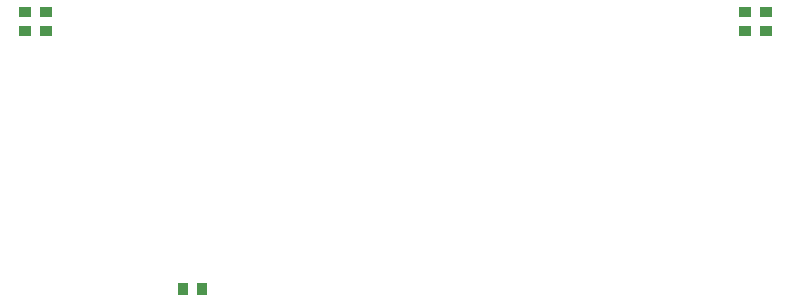
<source format=gbr>
G04 EAGLE Gerber RS-274X export*
G75*
%MOMM*%
%FSLAX34Y34*%
%LPD*%
%INSolderpaste Top*%
%IPPOS*%
%AMOC8*
5,1,8,0,0,1.08239X$1,22.5*%
G01*
%ADD10R,1.031241X0.949959*%
%ADD11R,0.949959X1.031241*%


D10*
X294640Y662559D03*
X294640Y678561D03*
D11*
X411099Y444500D03*
X427101Y444500D03*
D10*
X276860Y662559D03*
X276860Y678561D03*
X886460Y662559D03*
X886460Y678561D03*
X904240Y662559D03*
X904240Y678561D03*
M02*

</source>
